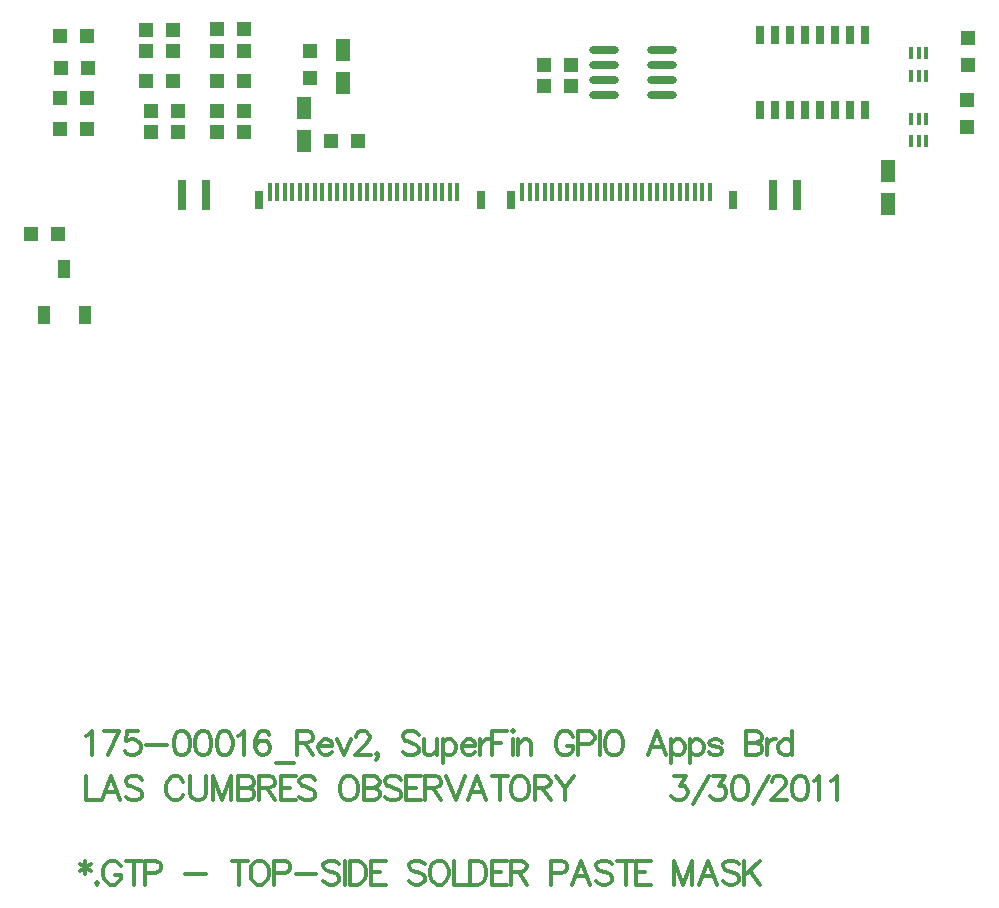
<source format=gtp>
%FSLAX23Y23*%
%MOIN*%
G70*
G01*
G75*
G04 Layer_Color=8421504*
%ADD10R,0.030X0.060*%
%ADD11R,0.048X0.078*%
%ADD12R,0.050X0.050*%
%ADD13R,0.016X0.041*%
%ADD14O,0.098X0.028*%
%ADD15R,0.030X0.100*%
%ADD16R,0.014X0.060*%
%ADD17R,0.031X0.060*%
%ADD18R,0.039X0.059*%
%ADD19R,0.050X0.050*%
%ADD20C,0.005*%
%ADD21C,0.020*%
%ADD22C,0.010*%
%ADD23C,0.012*%
%ADD24C,0.012*%
%ADD25C,0.012*%
%ADD26C,0.055*%
%ADD27R,0.059X0.059*%
%ADD28C,0.059*%
%ADD29R,0.059X0.059*%
%ADD30C,0.219*%
%ADD31C,0.024*%
%ADD32C,0.040*%
%ADD33C,0.073*%
G04:AMPARAMS|DCode=34|XSize=93.465mil|YSize=93.465mil|CornerRadius=0mil|HoleSize=0mil|Usage=FLASHONLY|Rotation=0.000|XOffset=0mil|YOffset=0mil|HoleType=Round|Shape=Relief|Width=10mil|Gap=10mil|Entries=4|*
%AMTHD34*
7,0,0,0.093,0.073,0.010,45*
%
%ADD34THD34*%
%ADD35C,0.075*%
G04:AMPARAMS|DCode=36|XSize=95.433mil|YSize=95.433mil|CornerRadius=0mil|HoleSize=0mil|Usage=FLASHONLY|Rotation=0.000|XOffset=0mil|YOffset=0mil|HoleType=Round|Shape=Relief|Width=10mil|Gap=10mil|Entries=4|*
%AMTHD36*
7,0,0,0.095,0.075,0.010,45*
%
%ADD36THD36*%
%ADD37C,0.206*%
%ADD38C,0.050*%
G04:AMPARAMS|DCode=39|XSize=70mil|YSize=70mil|CornerRadius=0mil|HoleSize=0mil|Usage=FLASHONLY|Rotation=0.000|XOffset=0mil|YOffset=0mil|HoleType=Round|Shape=Relief|Width=10mil|Gap=10mil|Entries=4|*
%AMTHD39*
7,0,0,0.070,0.050,0.010,45*
%
%ADD39THD39*%
%ADD40O,0.091X0.024*%
%ADD41R,0.020X0.020*%
%ADD42R,0.020X0.016*%
%ADD43O,0.079X0.024*%
%ADD44R,0.017X0.045*%
%ADD45C,0.007*%
%ADD46C,0.008*%
%ADD47C,0.010*%
%ADD48C,0.010*%
%ADD49C,0.008*%
%ADD50C,0.007*%
%ADD51C,0.006*%
%ADD52R,0.189X0.132*%
D10*
X24202Y16222D02*
D03*
X24152D02*
D03*
X24102D02*
D03*
X24052D02*
D03*
X24002D02*
D03*
X23952D02*
D03*
X23902D02*
D03*
X23852D02*
D03*
Y16472D02*
D03*
X23902D02*
D03*
X23952D02*
D03*
X24002D02*
D03*
X24052D02*
D03*
X24102D02*
D03*
X24152D02*
D03*
X24202D02*
D03*
D11*
X22332Y16227D02*
D03*
Y16117D02*
D03*
X22462Y16422D02*
D03*
Y16312D02*
D03*
X24277Y15907D02*
D03*
Y16017D02*
D03*
D12*
X24543Y16463D02*
D03*
Y16373D02*
D03*
X22352Y16327D02*
D03*
Y16417D02*
D03*
X24542Y16256D02*
D03*
Y16166D02*
D03*
D13*
X24406Y16336D02*
D03*
X24380D02*
D03*
X24355D02*
D03*
Y16411D02*
D03*
X24380D02*
D03*
X24406D02*
D03*
Y16118D02*
D03*
X24380D02*
D03*
X24355D02*
D03*
Y16193D02*
D03*
X24380D02*
D03*
X24406D02*
D03*
D14*
X23523Y16272D02*
D03*
Y16322D02*
D03*
Y16372D02*
D03*
Y16422D02*
D03*
X23330Y16272D02*
D03*
Y16322D02*
D03*
Y16372D02*
D03*
Y16422D02*
D03*
D15*
X23975Y15940D02*
D03*
X23896D02*
D03*
X22005Y15939D02*
D03*
X21926D02*
D03*
D16*
X22217Y15948D02*
D03*
X22242D02*
D03*
X22267D02*
D03*
X22292D02*
D03*
X22317D02*
D03*
X22342D02*
D03*
X22367D02*
D03*
X22392D02*
D03*
X22417D02*
D03*
X22442D02*
D03*
X22467D02*
D03*
X22492D02*
D03*
X22517D02*
D03*
X22542D02*
D03*
X22567D02*
D03*
X22592D02*
D03*
X22617D02*
D03*
X22642D02*
D03*
X22667D02*
D03*
X22692D02*
D03*
X22717D02*
D03*
X22742D02*
D03*
X22767D02*
D03*
X22792D02*
D03*
X22817D02*
D03*
X22842D02*
D03*
X23058Y15949D02*
D03*
X23083D02*
D03*
X23108D02*
D03*
X23133D02*
D03*
X23158D02*
D03*
X23183D02*
D03*
X23208D02*
D03*
X23233D02*
D03*
X23258D02*
D03*
X23283D02*
D03*
X23308D02*
D03*
X23333D02*
D03*
X23358D02*
D03*
X23383D02*
D03*
X23408D02*
D03*
X23433D02*
D03*
X23458D02*
D03*
X23483D02*
D03*
X23508D02*
D03*
X23533D02*
D03*
X23558D02*
D03*
X23583D02*
D03*
X23608D02*
D03*
X23633D02*
D03*
X23658D02*
D03*
X23683D02*
D03*
D17*
X22180Y15921D02*
D03*
X22920D02*
D03*
X23760D02*
D03*
X23020D02*
D03*
D18*
X21601Y15538D02*
D03*
X21532Y15691D02*
D03*
X21463Y15538D02*
D03*
D19*
X21803Y16317D02*
D03*
X21893D02*
D03*
X22130D02*
D03*
X22040D02*
D03*
X22422Y16117D02*
D03*
X22512D02*
D03*
X23222Y16372D02*
D03*
X23132D02*
D03*
Y16302D02*
D03*
X23222D02*
D03*
X21912Y16147D02*
D03*
X21822D02*
D03*
X21912Y16217D02*
D03*
X21822D02*
D03*
X21517Y16262D02*
D03*
X21607D02*
D03*
X21893Y16487D02*
D03*
X21803D02*
D03*
X21893Y16417D02*
D03*
X21803D02*
D03*
X21517Y16467D02*
D03*
X21607D02*
D03*
X22040Y16492D02*
D03*
X22130D02*
D03*
X22040Y16417D02*
D03*
X22130D02*
D03*
X21522Y16362D02*
D03*
X21612D02*
D03*
X22040Y16147D02*
D03*
X22130D02*
D03*
X22040Y16217D02*
D03*
X22130D02*
D03*
X21517Y16157D02*
D03*
X21607D02*
D03*
X21512Y15807D02*
D03*
X21422D02*
D03*
D24*
X21602Y13720D02*
Y13675D01*
X21583Y13709D02*
X21621Y13686D01*
Y13709D02*
X21583Y13686D01*
X21641Y13648D02*
X21637Y13644D01*
X21641Y13640D01*
X21645Y13644D01*
X21641Y13648D01*
X21720Y13701D02*
X21716Y13709D01*
X21708Y13716D01*
X21701Y13720D01*
X21685D01*
X21678Y13716D01*
X21670Y13709D01*
X21666Y13701D01*
X21662Y13690D01*
Y13671D01*
X21666Y13659D01*
X21670Y13652D01*
X21678Y13644D01*
X21685Y13640D01*
X21701D01*
X21708Y13644D01*
X21716Y13652D01*
X21720Y13659D01*
Y13671D01*
X21701D02*
X21720D01*
X21765Y13720D02*
Y13640D01*
X21738Y13720D02*
X21791D01*
X21801Y13678D02*
X21835D01*
X21846Y13682D01*
X21850Y13686D01*
X21854Y13694D01*
Y13705D01*
X21850Y13713D01*
X21846Y13716D01*
X21835Y13720D01*
X21801D01*
Y13640D01*
X21935Y13675D02*
X22003D01*
X22116Y13720D02*
Y13640D01*
X22090Y13720D02*
X22143D01*
X22176D02*
X22168Y13716D01*
X22160Y13709D01*
X22156Y13701D01*
X22153Y13690D01*
Y13671D01*
X22156Y13659D01*
X22160Y13652D01*
X22168Y13644D01*
X22176Y13640D01*
X22191D01*
X22198Y13644D01*
X22206Y13652D01*
X22210Y13659D01*
X22214Y13671D01*
Y13690D01*
X22210Y13701D01*
X22206Y13709D01*
X22198Y13716D01*
X22191Y13720D01*
X22176D01*
X22232Y13678D02*
X22267D01*
X22278Y13682D01*
X22282Y13686D01*
X22286Y13694D01*
Y13705D01*
X22282Y13713D01*
X22278Y13716D01*
X22267Y13720D01*
X22232D01*
Y13640D01*
X22303Y13675D02*
X22372D01*
X22449Y13709D02*
X22441Y13716D01*
X22430Y13720D01*
X22415D01*
X22403Y13716D01*
X22396Y13709D01*
Y13701D01*
X22399Y13694D01*
X22403Y13690D01*
X22411Y13686D01*
X22434Y13678D01*
X22441Y13675D01*
X22445Y13671D01*
X22449Y13663D01*
Y13652D01*
X22441Y13644D01*
X22430Y13640D01*
X22415D01*
X22403Y13644D01*
X22396Y13652D01*
X22467Y13720D02*
Y13640D01*
X22484Y13720D02*
Y13640D01*
Y13720D02*
X22510D01*
X22522Y13716D01*
X22529Y13709D01*
X22533Y13701D01*
X22537Y13690D01*
Y13671D01*
X22533Y13659D01*
X22529Y13652D01*
X22522Y13644D01*
X22510Y13640D01*
X22484D01*
X22604Y13720D02*
X22555D01*
Y13640D01*
X22604D01*
X22555Y13682D02*
X22585D01*
X22734Y13709D02*
X22726Y13716D01*
X22715Y13720D01*
X22700D01*
X22688Y13716D01*
X22681Y13709D01*
Y13701D01*
X22684Y13694D01*
X22688Y13690D01*
X22696Y13686D01*
X22719Y13678D01*
X22726Y13675D01*
X22730Y13671D01*
X22734Y13663D01*
Y13652D01*
X22726Y13644D01*
X22715Y13640D01*
X22700D01*
X22688Y13644D01*
X22681Y13652D01*
X22775Y13720D02*
X22767Y13716D01*
X22759Y13709D01*
X22756Y13701D01*
X22752Y13690D01*
Y13671D01*
X22756Y13659D01*
X22759Y13652D01*
X22767Y13644D01*
X22775Y13640D01*
X22790D01*
X22797Y13644D01*
X22805Y13652D01*
X22809Y13659D01*
X22813Y13671D01*
Y13690D01*
X22809Y13701D01*
X22805Y13709D01*
X22797Y13716D01*
X22790Y13720D01*
X22775D01*
X22831D02*
Y13640D01*
X22877D01*
X22886Y13720D02*
Y13640D01*
Y13720D02*
X22912D01*
X22924Y13716D01*
X22932Y13709D01*
X22935Y13701D01*
X22939Y13690D01*
Y13671D01*
X22935Y13659D01*
X22932Y13652D01*
X22924Y13644D01*
X22912Y13640D01*
X22886D01*
X23007Y13720D02*
X22957D01*
Y13640D01*
X23007D01*
X22957Y13682D02*
X22988D01*
X23020Y13720D02*
Y13640D01*
Y13720D02*
X23054D01*
X23066Y13716D01*
X23069Y13713D01*
X23073Y13705D01*
Y13697D01*
X23069Y13690D01*
X23066Y13686D01*
X23054Y13682D01*
X23020D01*
X23047D02*
X23073Y13640D01*
X23154Y13678D02*
X23188D01*
X23200Y13682D01*
X23203Y13686D01*
X23207Y13694D01*
Y13705D01*
X23203Y13713D01*
X23200Y13716D01*
X23188Y13720D01*
X23154D01*
Y13640D01*
X23286D02*
X23256Y13720D01*
X23225Y13640D01*
X23237Y13667D02*
X23275D01*
X23358Y13709D02*
X23350Y13716D01*
X23339Y13720D01*
X23324D01*
X23312Y13716D01*
X23305Y13709D01*
Y13701D01*
X23309Y13694D01*
X23312Y13690D01*
X23320Y13686D01*
X23343Y13678D01*
X23350Y13675D01*
X23354Y13671D01*
X23358Y13663D01*
Y13652D01*
X23350Y13644D01*
X23339Y13640D01*
X23324D01*
X23312Y13644D01*
X23305Y13652D01*
X23403Y13720D02*
Y13640D01*
X23376Y13720D02*
X23429D01*
X23488D02*
X23439D01*
Y13640D01*
X23488D01*
X23439Y13682D02*
X23469D01*
X23565Y13720D02*
Y13640D01*
Y13720D02*
X23595Y13640D01*
X23625Y13720D02*
X23595Y13640D01*
X23625Y13720D02*
Y13640D01*
X23709D02*
X23679Y13720D01*
X23648Y13640D01*
X23660Y13667D02*
X23698D01*
X23781Y13709D02*
X23774Y13716D01*
X23762Y13720D01*
X23747D01*
X23736Y13716D01*
X23728Y13709D01*
Y13701D01*
X23732Y13694D01*
X23736Y13690D01*
X23743Y13686D01*
X23766Y13678D01*
X23774Y13675D01*
X23777Y13671D01*
X23781Y13663D01*
Y13652D01*
X23774Y13644D01*
X23762Y13640D01*
X23747D01*
X23736Y13644D01*
X23728Y13652D01*
X23799Y13720D02*
Y13640D01*
X23852Y13720D02*
X23799Y13667D01*
X23818Y13686D02*
X23852Y13640D01*
X21604Y14136D02*
X21612Y14139D01*
X21623Y14151D01*
Y14071D01*
X21716Y14151D02*
X21678Y14071D01*
X21663Y14151D02*
X21716D01*
X21779D02*
X21741D01*
X21738Y14117D01*
X21741Y14120D01*
X21753Y14124D01*
X21764D01*
X21776Y14120D01*
X21783Y14113D01*
X21787Y14101D01*
Y14094D01*
X21783Y14082D01*
X21776Y14075D01*
X21764Y14071D01*
X21753D01*
X21741Y14075D01*
X21738Y14079D01*
X21734Y14086D01*
X21805Y14105D02*
X21874D01*
X21920Y14151D02*
X21909Y14147D01*
X21901Y14136D01*
X21897Y14117D01*
Y14105D01*
X21901Y14086D01*
X21909Y14075D01*
X21920Y14071D01*
X21928D01*
X21939Y14075D01*
X21947Y14086D01*
X21950Y14105D01*
Y14117D01*
X21947Y14136D01*
X21939Y14147D01*
X21928Y14151D01*
X21920D01*
X21991D02*
X21980Y14147D01*
X21972Y14136D01*
X21968Y14117D01*
Y14105D01*
X21972Y14086D01*
X21980Y14075D01*
X21991Y14071D01*
X21999D01*
X22010Y14075D01*
X22018Y14086D01*
X22022Y14105D01*
Y14117D01*
X22018Y14136D01*
X22010Y14147D01*
X21999Y14151D01*
X21991D01*
X22062D02*
X22051Y14147D01*
X22043Y14136D01*
X22040Y14117D01*
Y14105D01*
X22043Y14086D01*
X22051Y14075D01*
X22062Y14071D01*
X22070D01*
X22082Y14075D01*
X22089Y14086D01*
X22093Y14105D01*
Y14117D01*
X22089Y14136D01*
X22082Y14147D01*
X22070Y14151D01*
X22062D01*
X22111Y14136D02*
X22118Y14139D01*
X22130Y14151D01*
Y14071D01*
X22215Y14139D02*
X22211Y14147D01*
X22200Y14151D01*
X22192D01*
X22181Y14147D01*
X22173Y14136D01*
X22169Y14117D01*
Y14098D01*
X22173Y14082D01*
X22181Y14075D01*
X22192Y14071D01*
X22196D01*
X22208Y14075D01*
X22215Y14082D01*
X22219Y14094D01*
Y14098D01*
X22215Y14109D01*
X22208Y14117D01*
X22196Y14120D01*
X22192D01*
X22181Y14117D01*
X22173Y14109D01*
X22169Y14098D01*
X22237Y14044D02*
X22297D01*
X22308Y14151D02*
Y14071D01*
Y14151D02*
X22342D01*
X22353Y14147D01*
X22357Y14143D01*
X22361Y14136D01*
Y14128D01*
X22357Y14120D01*
X22353Y14117D01*
X22342Y14113D01*
X22308D01*
X22334D02*
X22361Y14071D01*
X22379Y14101D02*
X22425D01*
Y14109D01*
X22421Y14117D01*
X22417Y14120D01*
X22409Y14124D01*
X22398D01*
X22390Y14120D01*
X22383Y14113D01*
X22379Y14101D01*
Y14094D01*
X22383Y14082D01*
X22390Y14075D01*
X22398Y14071D01*
X22409D01*
X22417Y14075D01*
X22425Y14082D01*
X22442Y14124D02*
X22465Y14071D01*
X22488Y14124D02*
X22465Y14071D01*
X22504Y14132D02*
Y14136D01*
X22508Y14143D01*
X22512Y14147D01*
X22520Y14151D01*
X22535D01*
X22542Y14147D01*
X22546Y14143D01*
X22550Y14136D01*
Y14128D01*
X22546Y14120D01*
X22539Y14109D01*
X22500Y14071D01*
X22554D01*
X22579Y14075D02*
X22576Y14071D01*
X22572Y14075D01*
X22576Y14079D01*
X22579Y14075D01*
Y14067D01*
X22576Y14059D01*
X22572Y14056D01*
X22713Y14139D02*
X22705Y14147D01*
X22694Y14151D01*
X22679D01*
X22667Y14147D01*
X22660Y14139D01*
Y14132D01*
X22663Y14124D01*
X22667Y14120D01*
X22675Y14117D01*
X22698Y14109D01*
X22705Y14105D01*
X22709Y14101D01*
X22713Y14094D01*
Y14082D01*
X22705Y14075D01*
X22694Y14071D01*
X22679D01*
X22667Y14075D01*
X22660Y14082D01*
X22731Y14124D02*
Y14086D01*
X22735Y14075D01*
X22742Y14071D01*
X22754D01*
X22761Y14075D01*
X22773Y14086D01*
Y14124D02*
Y14071D01*
X22794Y14124D02*
Y14044D01*
Y14113D02*
X22801Y14120D01*
X22809Y14124D01*
X22820D01*
X22828Y14120D01*
X22836Y14113D01*
X22839Y14101D01*
Y14094D01*
X22836Y14082D01*
X22828Y14075D01*
X22820Y14071D01*
X22809D01*
X22801Y14075D01*
X22794Y14082D01*
X22857Y14101D02*
X22902D01*
Y14109D01*
X22898Y14117D01*
X22895Y14120D01*
X22887Y14124D01*
X22876D01*
X22868Y14120D01*
X22860Y14113D01*
X22857Y14101D01*
Y14094D01*
X22860Y14082D01*
X22868Y14075D01*
X22876Y14071D01*
X22887D01*
X22895Y14075D01*
X22902Y14082D01*
X22919Y14124D02*
Y14071D01*
Y14101D02*
X22923Y14113D01*
X22931Y14120D01*
X22938Y14124D01*
X22950D01*
X22957Y14151D02*
Y14071D01*
Y14151D02*
X23007D01*
X22957Y14113D02*
X22988D01*
X23023Y14151D02*
X23027Y14147D01*
X23031Y14151D01*
X23027Y14155D01*
X23023Y14151D01*
X23027Y14124D02*
Y14071D01*
X23045Y14124D02*
Y14071D01*
Y14109D02*
X23057Y14120D01*
X23064Y14124D01*
X23076D01*
X23083Y14120D01*
X23087Y14109D01*
Y14071D01*
X23228Y14132D02*
X23224Y14139D01*
X23217Y14147D01*
X23209Y14151D01*
X23194D01*
X23186Y14147D01*
X23178Y14139D01*
X23175Y14132D01*
X23171Y14120D01*
Y14101D01*
X23175Y14090D01*
X23178Y14082D01*
X23186Y14075D01*
X23194Y14071D01*
X23209D01*
X23217Y14075D01*
X23224Y14082D01*
X23228Y14090D01*
Y14101D01*
X23209D02*
X23228D01*
X23246Y14109D02*
X23280D01*
X23292Y14113D01*
X23296Y14117D01*
X23300Y14124D01*
Y14136D01*
X23296Y14143D01*
X23292Y14147D01*
X23280Y14151D01*
X23246D01*
Y14071D01*
X23317Y14151D02*
Y14071D01*
X23357Y14151D02*
X23349Y14147D01*
X23342Y14139D01*
X23338Y14132D01*
X23334Y14120D01*
Y14101D01*
X23338Y14090D01*
X23342Y14082D01*
X23349Y14075D01*
X23357Y14071D01*
X23372D01*
X23380Y14075D01*
X23388Y14082D01*
X23391Y14090D01*
X23395Y14101D01*
Y14120D01*
X23391Y14132D01*
X23388Y14139D01*
X23380Y14147D01*
X23372Y14151D01*
X23357D01*
X23538Y14071D02*
X23507Y14151D01*
X23477Y14071D01*
X23488Y14098D02*
X23526D01*
X23556Y14124D02*
Y14044D01*
Y14113D02*
X23564Y14120D01*
X23571Y14124D01*
X23583D01*
X23591Y14120D01*
X23598Y14113D01*
X23602Y14101D01*
Y14094D01*
X23598Y14082D01*
X23591Y14075D01*
X23583Y14071D01*
X23571D01*
X23564Y14075D01*
X23556Y14082D01*
X23619Y14124D02*
Y14044D01*
Y14113D02*
X23627Y14120D01*
X23634Y14124D01*
X23646D01*
X23653Y14120D01*
X23661Y14113D01*
X23665Y14101D01*
Y14094D01*
X23661Y14082D01*
X23653Y14075D01*
X23646Y14071D01*
X23634D01*
X23627Y14075D01*
X23619Y14082D01*
X23724Y14113D02*
X23720Y14120D01*
X23709Y14124D01*
X23697D01*
X23686Y14120D01*
X23682Y14113D01*
X23686Y14105D01*
X23693Y14101D01*
X23712Y14098D01*
X23720Y14094D01*
X23724Y14086D01*
Y14082D01*
X23720Y14075D01*
X23709Y14071D01*
X23697D01*
X23686Y14075D01*
X23682Y14082D01*
X23803Y14151D02*
Y14071D01*
Y14151D02*
X23838D01*
X23849Y14147D01*
X23853Y14143D01*
X23857Y14136D01*
Y14128D01*
X23853Y14120D01*
X23849Y14117D01*
X23838Y14113D01*
X23803D02*
X23838D01*
X23849Y14109D01*
X23853Y14105D01*
X23857Y14098D01*
Y14086D01*
X23853Y14079D01*
X23849Y14075D01*
X23838Y14071D01*
X23803D01*
X23875Y14124D02*
Y14071D01*
Y14101D02*
X23878Y14113D01*
X23886Y14120D01*
X23894Y14124D01*
X23905D01*
X23958Y14151D02*
Y14071D01*
Y14113D02*
X23950Y14120D01*
X23943Y14124D01*
X23931D01*
X23924Y14120D01*
X23916Y14113D01*
X23912Y14101D01*
Y14094D01*
X23916Y14082D01*
X23924Y14075D01*
X23931Y14071D01*
X23943D01*
X23950Y14075D01*
X23958Y14082D01*
D25*
X21604Y14001D02*
Y13921D01*
X21650D01*
X21719D02*
X21689Y14001D01*
X21658Y13921D01*
X21670Y13948D02*
X21708D01*
X21791Y13989D02*
X21784Y13997D01*
X21772Y14001D01*
X21757D01*
X21746Y13997D01*
X21738Y13989D01*
Y13982D01*
X21742Y13974D01*
X21746Y13970D01*
X21753Y13967D01*
X21776Y13959D01*
X21784Y13955D01*
X21787Y13951D01*
X21791Y13944D01*
Y13932D01*
X21784Y13925D01*
X21772Y13921D01*
X21757D01*
X21746Y13925D01*
X21738Y13932D01*
X21929Y13982D02*
X21925Y13989D01*
X21918Y13997D01*
X21910Y14001D01*
X21895D01*
X21887Y13997D01*
X21880Y13989D01*
X21876Y13982D01*
X21872Y13970D01*
Y13951D01*
X21876Y13940D01*
X21880Y13932D01*
X21887Y13925D01*
X21895Y13921D01*
X21910D01*
X21918Y13925D01*
X21925Y13932D01*
X21929Y13940D01*
X21952Y14001D02*
Y13944D01*
X21955Y13932D01*
X21963Y13925D01*
X21974Y13921D01*
X21982D01*
X21994Y13925D01*
X22001Y13932D01*
X22005Y13944D01*
Y14001D01*
X22027D02*
Y13921D01*
Y14001D02*
X22058Y13921D01*
X22088Y14001D02*
X22058Y13921D01*
X22088Y14001D02*
Y13921D01*
X22111Y14001D02*
Y13921D01*
Y14001D02*
X22145D01*
X22157Y13997D01*
X22160Y13993D01*
X22164Y13986D01*
Y13978D01*
X22160Y13970D01*
X22157Y13967D01*
X22145Y13963D01*
X22111D02*
X22145D01*
X22157Y13959D01*
X22160Y13955D01*
X22164Y13948D01*
Y13936D01*
X22160Y13928D01*
X22157Y13925D01*
X22145Y13921D01*
X22111D01*
X22182Y14001D02*
Y13921D01*
Y14001D02*
X22216D01*
X22228Y13997D01*
X22232Y13993D01*
X22235Y13986D01*
Y13978D01*
X22232Y13970D01*
X22228Y13967D01*
X22216Y13963D01*
X22182D01*
X22209D02*
X22235Y13921D01*
X22303Y14001D02*
X22253D01*
Y13921D01*
X22303D01*
X22253Y13963D02*
X22284D01*
X22369Y13989D02*
X22362Y13997D01*
X22350Y14001D01*
X22335D01*
X22324Y13997D01*
X22316Y13989D01*
Y13982D01*
X22320Y13974D01*
X22324Y13970D01*
X22331Y13967D01*
X22354Y13959D01*
X22362Y13955D01*
X22366Y13951D01*
X22369Y13944D01*
Y13932D01*
X22362Y13925D01*
X22350Y13921D01*
X22335D01*
X22324Y13925D01*
X22316Y13932D01*
X22473Y14001D02*
X22465Y13997D01*
X22458Y13989D01*
X22454Y13982D01*
X22450Y13970D01*
Y13951D01*
X22454Y13940D01*
X22458Y13932D01*
X22465Y13925D01*
X22473Y13921D01*
X22488D01*
X22496Y13925D01*
X22504Y13932D01*
X22507Y13940D01*
X22511Y13951D01*
Y13970D01*
X22507Y13982D01*
X22504Y13989D01*
X22496Y13997D01*
X22488Y14001D01*
X22473D01*
X22530D02*
Y13921D01*
Y14001D02*
X22564D01*
X22576Y13997D01*
X22579Y13993D01*
X22583Y13986D01*
Y13978D01*
X22579Y13970D01*
X22576Y13967D01*
X22564Y13963D01*
X22530D02*
X22564D01*
X22576Y13959D01*
X22579Y13955D01*
X22583Y13948D01*
Y13936D01*
X22579Y13928D01*
X22576Y13925D01*
X22564Y13921D01*
X22530D01*
X22654Y13989D02*
X22647Y13997D01*
X22635Y14001D01*
X22620D01*
X22609Y13997D01*
X22601Y13989D01*
Y13982D01*
X22605Y13974D01*
X22609Y13970D01*
X22616Y13967D01*
X22639Y13959D01*
X22647Y13955D01*
X22651Y13951D01*
X22654Y13944D01*
Y13932D01*
X22647Y13925D01*
X22635Y13921D01*
X22620D01*
X22609Y13925D01*
X22601Y13932D01*
X22722Y14001D02*
X22672D01*
Y13921D01*
X22722D01*
X22672Y13963D02*
X22703D01*
X22735Y14001D02*
Y13921D01*
Y14001D02*
X22769D01*
X22781Y13997D01*
X22785Y13993D01*
X22788Y13986D01*
Y13978D01*
X22785Y13970D01*
X22781Y13967D01*
X22769Y13963D01*
X22735D01*
X22762D02*
X22788Y13921D01*
X22806Y14001D02*
X22837Y13921D01*
X22867Y14001D02*
X22837Y13921D01*
X22938D02*
X22908Y14001D01*
X22878Y13921D01*
X22889Y13948D02*
X22927D01*
X22984Y14001D02*
Y13921D01*
X22957Y14001D02*
X23010D01*
X23043D02*
X23035Y13997D01*
X23028Y13989D01*
X23024Y13982D01*
X23020Y13970D01*
Y13951D01*
X23024Y13940D01*
X23028Y13932D01*
X23035Y13925D01*
X23043Y13921D01*
X23058D01*
X23066Y13925D01*
X23073Y13932D01*
X23077Y13940D01*
X23081Y13951D01*
Y13970D01*
X23077Y13982D01*
X23073Y13989D01*
X23066Y13997D01*
X23058Y14001D01*
X23043D01*
X23100D02*
Y13921D01*
Y14001D02*
X23134D01*
X23145Y13997D01*
X23149Y13993D01*
X23153Y13986D01*
Y13978D01*
X23149Y13970D01*
X23145Y13967D01*
X23134Y13963D01*
X23100D01*
X23126D02*
X23153Y13921D01*
X23171Y14001D02*
X23201Y13963D01*
Y13921D01*
X23232Y14001D02*
X23201Y13963D01*
X23564Y14001D02*
X23606D01*
X23583Y13970D01*
X23594D01*
X23602Y13967D01*
X23606Y13963D01*
X23610Y13951D01*
Y13944D01*
X23606Y13932D01*
X23598Y13925D01*
X23587Y13921D01*
X23575D01*
X23564Y13925D01*
X23560Y13928D01*
X23556Y13936D01*
X23627Y13909D02*
X23681Y14001D01*
X23694D02*
X23736D01*
X23713Y13970D01*
X23724D01*
X23732Y13967D01*
X23736Y13963D01*
X23739Y13951D01*
Y13944D01*
X23736Y13932D01*
X23728Y13925D01*
X23717Y13921D01*
X23705D01*
X23694Y13925D01*
X23690Y13928D01*
X23686Y13936D01*
X23780Y14001D02*
X23769Y13997D01*
X23761Y13986D01*
X23757Y13967D01*
Y13955D01*
X23761Y13936D01*
X23769Y13925D01*
X23780Y13921D01*
X23788D01*
X23799Y13925D01*
X23807Y13936D01*
X23811Y13955D01*
Y13967D01*
X23807Y13986D01*
X23799Y13997D01*
X23788Y14001D01*
X23780D01*
X23829Y13909D02*
X23882Y14001D01*
X23891Y13982D02*
Y13986D01*
X23895Y13993D01*
X23899Y13997D01*
X23906Y14001D01*
X23922D01*
X23929Y13997D01*
X23933Y13993D01*
X23937Y13986D01*
Y13978D01*
X23933Y13970D01*
X23925Y13959D01*
X23887Y13921D01*
X23941D01*
X23981Y14001D02*
X23970Y13997D01*
X23962Y13986D01*
X23958Y13967D01*
Y13955D01*
X23962Y13936D01*
X23970Y13925D01*
X23981Y13921D01*
X23989D01*
X24000Y13925D01*
X24008Y13936D01*
X24012Y13955D01*
Y13967D01*
X24008Y13986D01*
X24000Y13997D01*
X23989Y14001D01*
X23981D01*
X24030Y13986D02*
X24037Y13989D01*
X24049Y14001D01*
Y13921D01*
X24088Y13986D02*
X24096Y13989D01*
X24107Y14001D01*
Y13921D01*
M02*

</source>
